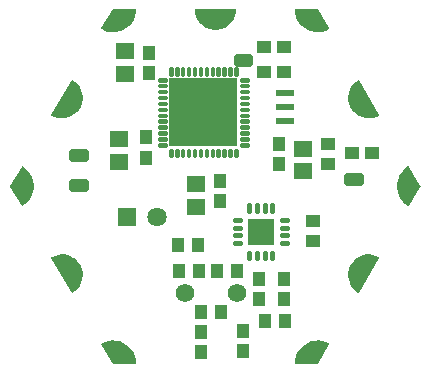
<source format=gbr>
G04 EAGLE Gerber RS-274X export*
G75*
%MOMM*%
%FSLAX34Y34*%
%LPD*%
%INSoldermask Bottom*%
%IPPOS*%
%AMOC8*
5,1,8,0,0,1.08239X$1,22.5*%
G01*
%ADD10R,1.201600X1.101600*%
%ADD11R,1.601600X1.401600*%
%ADD12C,0.225016*%
%ADD13R,5.801588X5.801588*%
%ADD14R,1.501597X0.501600*%
%ADD15R,1.101600X1.201600*%
%ADD16C,0.605878*%
%ADD17C,1.101600*%
%ADD18C,1.559600*%
%ADD19C,0.365794*%
%ADD20R,2.251600X2.251600*%
%ADD21R,1.631600X1.631600*%
%ADD22C,1.631600*%

G36*
X347640Y478768D02*
X347640Y478768D01*
X347688Y478768D01*
X350457Y479230D01*
X350490Y479242D01*
X350537Y479250D01*
X353193Y480162D01*
X353223Y480179D01*
X353268Y480195D01*
X355738Y481531D01*
X355764Y481553D01*
X355807Y481576D01*
X358022Y483301D01*
X358045Y483327D01*
X358083Y483357D01*
X359985Y485422D01*
X360003Y485452D01*
X360035Y485487D01*
X361571Y487838D01*
X361584Y487870D01*
X361610Y487910D01*
X362738Y490482D01*
X362745Y490515D01*
X362765Y490560D01*
X363454Y493281D01*
X363456Y493316D01*
X363468Y493363D01*
X363700Y496161D01*
X363696Y496190D01*
X363701Y496219D01*
X363685Y496288D01*
X363676Y496358D01*
X363662Y496384D01*
X363655Y496412D01*
X363613Y496469D01*
X363578Y496531D01*
X363554Y496549D01*
X363537Y496572D01*
X363476Y496608D01*
X363419Y496651D01*
X363391Y496659D01*
X363366Y496674D01*
X363268Y496690D01*
X363227Y496701D01*
X363216Y496699D01*
X363202Y496701D01*
X329202Y496701D01*
X329173Y496695D01*
X329144Y496698D01*
X329077Y496676D01*
X329007Y496662D01*
X328983Y496645D01*
X328955Y496636D01*
X328902Y496589D01*
X328843Y496549D01*
X328828Y496525D01*
X328806Y496505D01*
X328774Y496441D01*
X328736Y496382D01*
X328731Y496353D01*
X328719Y496327D01*
X328710Y496227D01*
X328703Y496185D01*
X328706Y496175D01*
X328704Y496161D01*
X328936Y493363D01*
X328946Y493329D01*
X328950Y493281D01*
X329639Y490560D01*
X329654Y490528D01*
X329666Y490482D01*
X330794Y487910D01*
X330814Y487882D01*
X330833Y487838D01*
X332369Y485487D01*
X332393Y485463D01*
X332419Y485422D01*
X334321Y483357D01*
X334349Y483336D01*
X334382Y483301D01*
X336597Y481576D01*
X336628Y481561D01*
X336666Y481531D01*
X339136Y480195D01*
X339169Y480185D01*
X339211Y480162D01*
X341867Y479250D01*
X341901Y479246D01*
X341947Y479230D01*
X344716Y478768D01*
X344751Y478769D01*
X344798Y478761D01*
X347606Y478761D01*
X347640Y478768D01*
G37*
G36*
X224809Y256012D02*
X224809Y256012D01*
X224880Y256009D01*
X224907Y256019D01*
X224936Y256021D01*
X225026Y256063D01*
X225066Y256078D01*
X225074Y256086D01*
X225087Y256092D01*
X227390Y257691D01*
X227414Y257717D01*
X227454Y257744D01*
X229463Y259701D01*
X229482Y259730D01*
X229517Y259763D01*
X231176Y262024D01*
X231191Y262055D01*
X231220Y262094D01*
X232484Y264597D01*
X232493Y264631D01*
X232515Y264674D01*
X233351Y267351D01*
X233354Y267385D01*
X233369Y267431D01*
X233752Y270210D01*
X233750Y270244D01*
X233756Y270292D01*
X233677Y273095D01*
X233669Y273129D01*
X233668Y273177D01*
X233129Y275929D01*
X233115Y275961D01*
X233106Y276009D01*
X232121Y278634D01*
X232106Y278659D01*
X232101Y278679D01*
X232093Y278690D01*
X232086Y278709D01*
X230682Y281137D01*
X230659Y281163D01*
X230635Y281205D01*
X228851Y283368D01*
X228824Y283390D01*
X228793Y283427D01*
X226677Y285268D01*
X226647Y285285D01*
X226611Y285317D01*
X224220Y286784D01*
X224188Y286795D01*
X224147Y286821D01*
X221548Y287874D01*
X221514Y287881D01*
X221469Y287899D01*
X218732Y288510D01*
X218697Y288511D01*
X218650Y288522D01*
X215850Y288674D01*
X215816Y288669D01*
X215768Y288672D01*
X212980Y288362D01*
X212947Y288351D01*
X212899Y288346D01*
X210201Y287581D01*
X210171Y287565D01*
X210124Y287552D01*
X207589Y286353D01*
X207565Y286336D01*
X207538Y286326D01*
X207486Y286277D01*
X207429Y286234D01*
X207415Y286209D01*
X207394Y286189D01*
X207365Y286124D01*
X207329Y286063D01*
X207326Y286034D01*
X207314Y286007D01*
X207313Y285936D01*
X207304Y285865D01*
X207312Y285837D01*
X207312Y285808D01*
X207346Y285715D01*
X207358Y285674D01*
X207365Y285665D01*
X207370Y285652D01*
X224370Y256252D01*
X224389Y256230D01*
X224402Y256204D01*
X224455Y256156D01*
X224502Y256103D01*
X224528Y256091D01*
X224550Y256071D01*
X224617Y256048D01*
X224681Y256018D01*
X224710Y256016D01*
X224738Y256007D01*
X224809Y256012D01*
G37*
G36*
X476588Y403735D02*
X476588Y403735D01*
X476636Y403732D01*
X479424Y404042D01*
X479457Y404053D01*
X479505Y404058D01*
X482203Y404823D01*
X482233Y404839D01*
X482280Y404852D01*
X484815Y406051D01*
X484839Y406068D01*
X484866Y406078D01*
X484918Y406127D01*
X484975Y406170D01*
X484989Y406195D01*
X485011Y406215D01*
X485039Y406280D01*
X485075Y406342D01*
X485078Y406370D01*
X485090Y406397D01*
X485091Y406468D01*
X485100Y406539D01*
X485092Y406567D01*
X485092Y406596D01*
X485058Y406689D01*
X485046Y406730D01*
X485039Y406739D01*
X485034Y406752D01*
X468034Y436152D01*
X468015Y436174D01*
X468002Y436200D01*
X467949Y436248D01*
X467902Y436301D01*
X467876Y436313D01*
X467854Y436333D01*
X467787Y436356D01*
X467723Y436386D01*
X467694Y436388D01*
X467666Y436397D01*
X467595Y436392D01*
X467524Y436395D01*
X467497Y436385D01*
X467468Y436383D01*
X467378Y436341D01*
X467338Y436326D01*
X467330Y436318D01*
X467317Y436312D01*
X465014Y434713D01*
X464990Y434688D01*
X464950Y434660D01*
X462941Y432703D01*
X462922Y432674D01*
X462887Y432641D01*
X461228Y430380D01*
X461213Y430349D01*
X461184Y430310D01*
X459920Y427807D01*
X459911Y427773D01*
X459889Y427730D01*
X459053Y425053D01*
X459050Y425019D01*
X459035Y424973D01*
X458652Y422194D01*
X458654Y422160D01*
X458648Y422112D01*
X458727Y419309D01*
X458735Y419275D01*
X458736Y419227D01*
X459275Y416475D01*
X459289Y416443D01*
X459298Y416395D01*
X460283Y413770D01*
X460301Y413740D01*
X460318Y413695D01*
X461722Y411267D01*
X461745Y411241D01*
X461769Y411200D01*
X463553Y409036D01*
X463580Y409014D01*
X463611Y408977D01*
X465727Y407136D01*
X465757Y407119D01*
X465793Y407088D01*
X468184Y405620D01*
X468216Y405609D01*
X468257Y405583D01*
X470856Y404530D01*
X470890Y404523D01*
X470935Y404505D01*
X473672Y403894D01*
X473707Y403893D01*
X473754Y403882D01*
X476554Y403730D01*
X476588Y403735D01*
G37*
G36*
X467628Y256013D02*
X467628Y256013D01*
X467699Y256012D01*
X467726Y256023D01*
X467755Y256027D01*
X467817Y256061D01*
X467882Y256089D01*
X467903Y256110D01*
X467928Y256124D01*
X467991Y256200D01*
X468021Y256231D01*
X468025Y256241D01*
X468034Y256252D01*
X485034Y285652D01*
X485043Y285680D01*
X485060Y285704D01*
X485075Y285773D01*
X485097Y285841D01*
X485095Y285870D01*
X485101Y285898D01*
X485088Y285968D01*
X485082Y286039D01*
X485069Y286065D01*
X485063Y286093D01*
X485023Y286152D01*
X484991Y286215D01*
X484968Y286234D01*
X484952Y286258D01*
X484870Y286315D01*
X484837Y286342D01*
X484827Y286345D01*
X484815Y286353D01*
X482280Y287552D01*
X482246Y287560D01*
X482203Y287581D01*
X479505Y288346D01*
X479470Y288348D01*
X479424Y288362D01*
X476636Y288672D01*
X476602Y288669D01*
X476554Y288674D01*
X473754Y288522D01*
X473720Y288513D01*
X473672Y288510D01*
X470935Y287899D01*
X470903Y287885D01*
X470856Y287874D01*
X468257Y286821D01*
X468228Y286802D01*
X468184Y286784D01*
X465793Y285317D01*
X465768Y285293D01*
X465727Y285268D01*
X463611Y283427D01*
X463590Y283400D01*
X463553Y283368D01*
X461769Y281205D01*
X461753Y281174D01*
X461722Y281137D01*
X460318Y278709D01*
X460307Y278676D01*
X460300Y278663D01*
X460290Y278649D01*
X460290Y278646D01*
X460283Y278634D01*
X459298Y276009D01*
X459292Y275974D01*
X459275Y275929D01*
X458736Y273177D01*
X458736Y273143D01*
X458727Y273095D01*
X458648Y270292D01*
X458654Y270258D01*
X458652Y270210D01*
X459035Y267431D01*
X459047Y267399D01*
X459053Y267351D01*
X459889Y264674D01*
X459906Y264643D01*
X459920Y264597D01*
X461184Y262094D01*
X461206Y262067D01*
X461228Y262024D01*
X462887Y259763D01*
X462913Y259740D01*
X462941Y259701D01*
X464950Y257744D01*
X464979Y257725D01*
X465014Y257691D01*
X467317Y256092D01*
X467344Y256080D01*
X467367Y256062D01*
X467435Y256041D01*
X467500Y256013D01*
X467529Y256013D01*
X467557Y256005D01*
X467628Y256013D01*
G37*
G36*
X218650Y403882D02*
X218650Y403882D01*
X218684Y403891D01*
X218732Y403894D01*
X221469Y404505D01*
X221501Y404519D01*
X221548Y404530D01*
X224147Y405583D01*
X224176Y405602D01*
X224220Y405620D01*
X226611Y407088D01*
X226636Y407111D01*
X226677Y407136D01*
X228793Y408977D01*
X228814Y409004D01*
X228851Y409036D01*
X230635Y411200D01*
X230651Y411230D01*
X230682Y411267D01*
X232086Y413695D01*
X232097Y413728D01*
X232121Y413770D01*
X233106Y416395D01*
X233112Y416430D01*
X233129Y416475D01*
X233668Y419227D01*
X233668Y419262D01*
X233677Y419309D01*
X233756Y422112D01*
X233751Y422146D01*
X233752Y422194D01*
X233369Y424973D01*
X233357Y425005D01*
X233351Y425053D01*
X232515Y427730D01*
X232498Y427761D01*
X232484Y427807D01*
X231220Y430310D01*
X231198Y430337D01*
X231176Y430380D01*
X229517Y432641D01*
X229491Y432664D01*
X229463Y432703D01*
X227454Y434660D01*
X227425Y434679D01*
X227390Y434713D01*
X225087Y436312D01*
X225060Y436324D01*
X225037Y436342D01*
X224969Y436363D01*
X224904Y436391D01*
X224875Y436391D01*
X224847Y436399D01*
X224776Y436391D01*
X224705Y436392D01*
X224678Y436381D01*
X224649Y436377D01*
X224587Y436343D01*
X224522Y436315D01*
X224501Y436294D01*
X224476Y436280D01*
X224413Y436204D01*
X224383Y436173D01*
X224379Y436163D01*
X224370Y436152D01*
X207370Y406752D01*
X207361Y406724D01*
X207344Y406700D01*
X207329Y406631D01*
X207307Y406563D01*
X207309Y406534D01*
X207303Y406506D01*
X207316Y406436D01*
X207322Y406365D01*
X207335Y406339D01*
X207341Y406311D01*
X207381Y406252D01*
X207413Y406189D01*
X207436Y406170D01*
X207452Y406146D01*
X207534Y406089D01*
X207567Y406062D01*
X207577Y406059D01*
X207589Y406051D01*
X210124Y404852D01*
X210158Y404844D01*
X210201Y404823D01*
X212899Y404058D01*
X212934Y404056D01*
X212980Y404042D01*
X215768Y403732D01*
X215802Y403735D01*
X215850Y403730D01*
X218650Y403882D01*
G37*
G36*
X509929Y329213D02*
X509929Y329213D01*
X510000Y329213D01*
X510027Y329224D01*
X510056Y329227D01*
X510118Y329262D01*
X510183Y329290D01*
X510204Y329310D01*
X510229Y329325D01*
X510292Y329402D01*
X510322Y329432D01*
X510326Y329442D01*
X510335Y329453D01*
X519835Y345953D01*
X519845Y345985D01*
X519854Y345998D01*
X519858Y346022D01*
X519859Y346026D01*
X519890Y346096D01*
X519890Y346120D01*
X519898Y346142D01*
X519892Y346218D01*
X519893Y346295D01*
X519883Y346319D01*
X519882Y346340D01*
X519861Y346379D01*
X519835Y346451D01*
X510335Y362951D01*
X510316Y362973D01*
X510303Y362999D01*
X510250Y363047D01*
X510203Y363100D01*
X510177Y363113D01*
X510156Y363132D01*
X510088Y363155D01*
X510024Y363186D01*
X509995Y363188D01*
X509968Y363197D01*
X509896Y363192D01*
X509825Y363195D01*
X509798Y363185D01*
X509769Y363183D01*
X509679Y363141D01*
X509639Y363126D01*
X509631Y363119D01*
X509618Y363113D01*
X507095Y361371D01*
X507071Y361347D01*
X507033Y361320D01*
X504821Y359196D01*
X504802Y359168D01*
X504768Y359136D01*
X502926Y356685D01*
X502912Y356654D01*
X502883Y356617D01*
X501458Y353902D01*
X501449Y353871D01*
X501433Y353846D01*
X501432Y353838D01*
X501427Y353828D01*
X500456Y350920D01*
X500452Y350886D01*
X500437Y350842D01*
X499945Y347815D01*
X499946Y347781D01*
X499938Y347735D01*
X499938Y344669D01*
X499939Y344665D01*
X499939Y344663D01*
X499945Y344636D01*
X499945Y344589D01*
X500437Y341562D01*
X500449Y341531D01*
X500456Y341484D01*
X501427Y338576D01*
X501444Y338547D01*
X501458Y338502D01*
X502883Y335787D01*
X502905Y335761D01*
X502926Y335719D01*
X504768Y333268D01*
X504793Y333245D01*
X504821Y333208D01*
X507033Y331084D01*
X507061Y331066D01*
X507095Y331033D01*
X509618Y329291D01*
X509645Y329280D01*
X509667Y329261D01*
X509736Y329241D01*
X509801Y329213D01*
X509830Y329213D01*
X509858Y329205D01*
X509929Y329213D01*
G37*
G36*
X182508Y329212D02*
X182508Y329212D01*
X182579Y329209D01*
X182606Y329219D01*
X182635Y329221D01*
X182725Y329263D01*
X182765Y329278D01*
X182773Y329285D01*
X182786Y329291D01*
X185309Y331033D01*
X185333Y331057D01*
X185371Y331084D01*
X187583Y333208D01*
X187602Y333236D01*
X187636Y333268D01*
X189478Y335719D01*
X189492Y335750D01*
X189521Y335787D01*
X190946Y338502D01*
X190955Y338535D01*
X190977Y338576D01*
X191948Y341484D01*
X191952Y341518D01*
X191967Y341562D01*
X192459Y344589D01*
X192458Y344623D01*
X192466Y344669D01*
X192466Y347735D01*
X192459Y347768D01*
X192459Y347815D01*
X191967Y350842D01*
X191955Y350873D01*
X191948Y350920D01*
X190977Y353828D01*
X190964Y353851D01*
X190958Y353876D01*
X190951Y353885D01*
X190946Y353902D01*
X189521Y356617D01*
X189499Y356643D01*
X189478Y356685D01*
X187636Y359136D01*
X187611Y359159D01*
X187583Y359196D01*
X185371Y361320D01*
X185343Y361338D01*
X185309Y361371D01*
X182786Y363113D01*
X182759Y363124D01*
X182737Y363143D01*
X182668Y363163D01*
X182603Y363191D01*
X182574Y363191D01*
X182546Y363199D01*
X182475Y363191D01*
X182404Y363192D01*
X182377Y363180D01*
X182348Y363177D01*
X182286Y363142D01*
X182221Y363114D01*
X182200Y363094D01*
X182175Y363079D01*
X182112Y363002D01*
X182082Y362972D01*
X182078Y362962D01*
X182069Y362951D01*
X172569Y346451D01*
X172545Y346378D01*
X172514Y346308D01*
X172514Y346284D01*
X172506Y346262D01*
X172513Y346186D01*
X172512Y346109D01*
X172521Y346085D01*
X172522Y346064D01*
X172543Y346025D01*
X172562Y345973D01*
X172563Y345967D01*
X172565Y345965D01*
X172569Y345953D01*
X182069Y329453D01*
X182088Y329431D01*
X182101Y329405D01*
X182154Y329357D01*
X182201Y329304D01*
X182227Y329291D01*
X182249Y329272D01*
X182316Y329249D01*
X182380Y329218D01*
X182409Y329217D01*
X182436Y329207D01*
X182508Y329212D01*
G37*
G36*
X432878Y195718D02*
X432878Y195718D01*
X432956Y195727D01*
X432975Y195738D01*
X432997Y195742D01*
X433061Y195786D01*
X433129Y195825D01*
X433145Y195844D01*
X433161Y195855D01*
X433185Y195893D01*
X433235Y195953D01*
X442735Y212453D01*
X442744Y212480D01*
X442760Y212504D01*
X442775Y212574D01*
X442798Y212642D01*
X442795Y212670D01*
X442801Y212698D01*
X442788Y212769D01*
X442782Y212840D01*
X442769Y212865D01*
X442763Y212893D01*
X442723Y212953D01*
X442690Y213016D01*
X442668Y213034D01*
X442652Y213058D01*
X442569Y213116D01*
X442537Y213143D01*
X442526Y213146D01*
X442516Y213153D01*
X439750Y214462D01*
X439717Y214470D01*
X439674Y214490D01*
X436734Y215338D01*
X436700Y215341D01*
X436656Y215354D01*
X433618Y215719D01*
X433584Y215716D01*
X433537Y215722D01*
X430480Y215595D01*
X430447Y215587D01*
X430400Y215586D01*
X427403Y214970D01*
X427372Y214957D01*
X427326Y214948D01*
X424466Y213859D01*
X424438Y213841D01*
X424394Y213825D01*
X421746Y212291D01*
X421720Y212269D01*
X421680Y212246D01*
X419312Y210308D01*
X419290Y210281D01*
X419254Y210252D01*
X417227Y207959D01*
X417211Y207930D01*
X417179Y207895D01*
X415547Y205307D01*
X415535Y205275D01*
X415510Y205236D01*
X414314Y202419D01*
X414307Y202386D01*
X414304Y202379D01*
X414300Y202373D01*
X414299Y202367D01*
X414288Y202343D01*
X413560Y199371D01*
X413558Y199337D01*
X413547Y199292D01*
X413304Y196242D01*
X413308Y196213D01*
X413303Y196185D01*
X413320Y196116D01*
X413328Y196044D01*
X413343Y196020D01*
X413349Y195992D01*
X413392Y195934D01*
X413428Y195872D01*
X413450Y195855D01*
X413467Y195832D01*
X413529Y195795D01*
X413586Y195752D01*
X413614Y195745D01*
X413638Y195730D01*
X413738Y195714D01*
X413779Y195703D01*
X413789Y195705D01*
X413802Y195703D01*
X432802Y195703D01*
X432878Y195718D01*
G37*
G36*
X433571Y476687D02*
X433571Y476687D01*
X433618Y476685D01*
X436656Y477050D01*
X436688Y477061D01*
X436734Y477066D01*
X439674Y477914D01*
X439704Y477930D01*
X439750Y477942D01*
X442516Y479251D01*
X442538Y479268D01*
X442565Y479278D01*
X442617Y479327D01*
X442675Y479370D01*
X442689Y479395D01*
X442710Y479414D01*
X442739Y479480D01*
X442775Y479542D01*
X442778Y479570D01*
X442790Y479596D01*
X442791Y479668D01*
X442800Y479739D01*
X442792Y479766D01*
X442793Y479795D01*
X442757Y479890D01*
X442746Y479930D01*
X442739Y479939D01*
X442735Y479951D01*
X433235Y496451D01*
X433183Y496510D01*
X433137Y496572D01*
X433118Y496583D01*
X433103Y496600D01*
X433033Y496634D01*
X432966Y496674D01*
X432942Y496678D01*
X432924Y496686D01*
X432879Y496688D01*
X432802Y496701D01*
X413802Y496701D01*
X413774Y496696D01*
X413746Y496698D01*
X413678Y496676D01*
X413607Y496662D01*
X413584Y496646D01*
X413557Y496637D01*
X413502Y496590D01*
X413443Y496549D01*
X413428Y496525D01*
X413407Y496507D01*
X413375Y496442D01*
X413336Y496382D01*
X413331Y496354D01*
X413319Y496328D01*
X413310Y496227D01*
X413303Y496185D01*
X413305Y496175D01*
X413304Y496162D01*
X413547Y493112D01*
X413556Y493080D01*
X413560Y493033D01*
X414288Y490061D01*
X414303Y490030D01*
X414314Y489985D01*
X415510Y487168D01*
X415529Y487140D01*
X415547Y487097D01*
X417179Y484509D01*
X417203Y484485D01*
X417227Y484445D01*
X419254Y482152D01*
X419281Y482132D01*
X419312Y482096D01*
X421680Y480158D01*
X421710Y480142D01*
X421746Y480113D01*
X424394Y478580D01*
X424426Y478569D01*
X424466Y478545D01*
X427326Y477457D01*
X427359Y477451D01*
X427403Y477434D01*
X430400Y476818D01*
X430434Y476818D01*
X430480Y476809D01*
X433537Y476682D01*
X433571Y476687D01*
G37*
G36*
X278630Y195708D02*
X278630Y195708D01*
X278658Y195706D01*
X278726Y195728D01*
X278797Y195742D01*
X278820Y195758D01*
X278847Y195767D01*
X278902Y195814D01*
X278961Y195855D01*
X278976Y195879D01*
X278998Y195897D01*
X279029Y195962D01*
X279068Y196022D01*
X279073Y196050D01*
X279085Y196076D01*
X279094Y196177D01*
X279101Y196219D01*
X279099Y196229D01*
X279100Y196242D01*
X278857Y199292D01*
X278848Y199324D01*
X278844Y199371D01*
X278116Y202343D01*
X278101Y202374D01*
X278090Y202419D01*
X276894Y205236D01*
X276875Y205264D01*
X276857Y205307D01*
X275225Y207895D01*
X275201Y207919D01*
X275177Y207959D01*
X273150Y210252D01*
X273123Y210272D01*
X273092Y210308D01*
X270725Y212246D01*
X270694Y212262D01*
X270658Y212291D01*
X268010Y213825D01*
X267978Y213835D01*
X267938Y213859D01*
X265078Y214948D01*
X265045Y214953D01*
X265001Y214970D01*
X262004Y215586D01*
X261970Y215586D01*
X261924Y215595D01*
X258867Y215722D01*
X258833Y215717D01*
X258786Y215719D01*
X255748Y215354D01*
X255716Y215343D01*
X255670Y215338D01*
X252730Y214490D01*
X252700Y214474D01*
X252655Y214462D01*
X249889Y213153D01*
X249866Y213136D01*
X249839Y213126D01*
X249787Y213077D01*
X249729Y213034D01*
X249715Y213009D01*
X249694Y212990D01*
X249665Y212924D01*
X249629Y212862D01*
X249626Y212834D01*
X249614Y212808D01*
X249613Y212736D01*
X249604Y212665D01*
X249612Y212638D01*
X249612Y212609D01*
X249647Y212514D01*
X249658Y212474D01*
X249665Y212465D01*
X249669Y212453D01*
X259169Y195953D01*
X259221Y195895D01*
X259267Y195832D01*
X259286Y195821D01*
X259301Y195804D01*
X259371Y195770D01*
X259438Y195730D01*
X259463Y195726D01*
X259480Y195718D01*
X259525Y195716D01*
X259602Y195703D01*
X278602Y195703D01*
X278630Y195708D01*
G37*
G36*
X261924Y476809D02*
X261924Y476809D01*
X261957Y476817D01*
X262004Y476818D01*
X265001Y477434D01*
X265032Y477447D01*
X265078Y477457D01*
X267938Y478545D01*
X267967Y478563D01*
X268010Y478580D01*
X270658Y480113D01*
X270684Y480135D01*
X270725Y480158D01*
X273092Y482096D01*
X273114Y482123D01*
X273150Y482152D01*
X275177Y484445D01*
X275194Y484474D01*
X275225Y484509D01*
X276857Y487097D01*
X276869Y487129D01*
X276894Y487168D01*
X278090Y489985D01*
X278097Y490018D01*
X278116Y490061D01*
X278844Y493033D01*
X278846Y493067D01*
X278857Y493112D01*
X279100Y496162D01*
X279096Y496191D01*
X279101Y496219D01*
X279084Y496288D01*
X279076Y496360D01*
X279062Y496384D01*
X279055Y496412D01*
X279012Y496470D01*
X278977Y496532D01*
X278954Y496549D01*
X278937Y496572D01*
X278875Y496609D01*
X278818Y496652D01*
X278790Y496659D01*
X278766Y496674D01*
X278666Y496690D01*
X278625Y496701D01*
X278615Y496699D01*
X278602Y496701D01*
X259602Y496701D01*
X259526Y496686D01*
X259448Y496677D01*
X259429Y496666D01*
X259407Y496662D01*
X259343Y496618D01*
X259275Y496579D01*
X259259Y496560D01*
X259243Y496549D01*
X259219Y496511D01*
X259169Y496451D01*
X249669Y479951D01*
X249660Y479924D01*
X249644Y479900D01*
X249629Y479830D01*
X249606Y479762D01*
X249609Y479734D01*
X249603Y479706D01*
X249617Y479636D01*
X249622Y479564D01*
X249635Y479539D01*
X249641Y479511D01*
X249681Y479451D01*
X249714Y479388D01*
X249736Y479370D01*
X249752Y479346D01*
X249835Y479288D01*
X249867Y479261D01*
X249878Y479258D01*
X249889Y479251D01*
X252655Y477942D01*
X252688Y477934D01*
X252730Y477914D01*
X255670Y477066D01*
X255704Y477063D01*
X255748Y477050D01*
X258786Y476685D01*
X258820Y476688D01*
X258867Y476682D01*
X261924Y476809D01*
G37*
D10*
X461596Y374106D03*
X478596Y374106D03*
D11*
X420760Y359144D03*
X420760Y378144D03*
D12*
X367646Y435756D02*
X367646Y437022D01*
X373412Y437022D01*
X373412Y435756D01*
X367646Y435756D01*
X367646Y432022D02*
X367646Y430756D01*
X367646Y432022D02*
X373412Y432022D01*
X373412Y430756D01*
X367646Y430756D01*
X367646Y427022D02*
X367646Y425756D01*
X367646Y427022D02*
X373412Y427022D01*
X373412Y425756D01*
X367646Y425756D01*
X367646Y422022D02*
X367646Y420756D01*
X367646Y422022D02*
X373412Y422022D01*
X373412Y420756D01*
X367646Y420756D01*
X367646Y417022D02*
X367646Y415756D01*
X367646Y417022D02*
X373412Y417022D01*
X373412Y415756D01*
X367646Y415756D01*
X367646Y412022D02*
X367646Y410756D01*
X367646Y412022D02*
X373412Y412022D01*
X373412Y410756D01*
X367646Y410756D01*
X367646Y407022D02*
X367646Y405756D01*
X367646Y407022D02*
X373412Y407022D01*
X373412Y405756D01*
X367646Y405756D01*
X367646Y402022D02*
X367646Y400756D01*
X367646Y402022D02*
X373412Y402022D01*
X373412Y400756D01*
X367646Y400756D01*
X367646Y397022D02*
X367646Y395756D01*
X367646Y397022D02*
X373412Y397022D01*
X373412Y395756D01*
X367646Y395756D01*
X367646Y392022D02*
X367646Y390756D01*
X367646Y392022D02*
X373412Y392022D01*
X373412Y390756D01*
X367646Y390756D01*
X367646Y387022D02*
X367646Y385756D01*
X367646Y387022D02*
X373412Y387022D01*
X373412Y385756D01*
X367646Y385756D01*
X367646Y382022D02*
X367646Y380756D01*
X367646Y382022D02*
X373412Y382022D01*
X373412Y380756D01*
X367646Y380756D01*
X364162Y377272D02*
X362896Y377272D01*
X364162Y377272D02*
X364162Y371506D01*
X362896Y371506D01*
X362896Y377272D01*
X362896Y373643D02*
X364162Y373643D01*
X364162Y375780D02*
X362896Y375780D01*
X359162Y377272D02*
X357896Y377272D01*
X359162Y377272D02*
X359162Y371506D01*
X357896Y371506D01*
X357896Y377272D01*
X357896Y373643D02*
X359162Y373643D01*
X359162Y375780D02*
X357896Y375780D01*
X354162Y377272D02*
X352896Y377272D01*
X354162Y377272D02*
X354162Y371506D01*
X352896Y371506D01*
X352896Y377272D01*
X352896Y373643D02*
X354162Y373643D01*
X354162Y375780D02*
X352896Y375780D01*
X349162Y377272D02*
X347896Y377272D01*
X349162Y377272D02*
X349162Y371506D01*
X347896Y371506D01*
X347896Y377272D01*
X347896Y373643D02*
X349162Y373643D01*
X349162Y375780D02*
X347896Y375780D01*
X344162Y377272D02*
X342896Y377272D01*
X344162Y377272D02*
X344162Y371506D01*
X342896Y371506D01*
X342896Y377272D01*
X342896Y373643D02*
X344162Y373643D01*
X344162Y375780D02*
X342896Y375780D01*
X339162Y377272D02*
X337896Y377272D01*
X339162Y377272D02*
X339162Y371506D01*
X337896Y371506D01*
X337896Y377272D01*
X337896Y373643D02*
X339162Y373643D01*
X339162Y375780D02*
X337896Y375780D01*
X334162Y377272D02*
X332896Y377272D01*
X334162Y377272D02*
X334162Y371506D01*
X332896Y371506D01*
X332896Y377272D01*
X332896Y373643D02*
X334162Y373643D01*
X334162Y375780D02*
X332896Y375780D01*
X329162Y377272D02*
X327896Y377272D01*
X329162Y377272D02*
X329162Y371506D01*
X327896Y371506D01*
X327896Y377272D01*
X327896Y373643D02*
X329162Y373643D01*
X329162Y375780D02*
X327896Y375780D01*
X324162Y377272D02*
X322896Y377272D01*
X324162Y377272D02*
X324162Y371506D01*
X322896Y371506D01*
X322896Y377272D01*
X322896Y373643D02*
X324162Y373643D01*
X324162Y375780D02*
X322896Y375780D01*
X319162Y377272D02*
X317896Y377272D01*
X319162Y377272D02*
X319162Y371506D01*
X317896Y371506D01*
X317896Y377272D01*
X317896Y373643D02*
X319162Y373643D01*
X319162Y375780D02*
X317896Y375780D01*
X314162Y377272D02*
X312896Y377272D01*
X314162Y377272D02*
X314162Y371506D01*
X312896Y371506D01*
X312896Y377272D01*
X312896Y373643D02*
X314162Y373643D01*
X314162Y375780D02*
X312896Y375780D01*
X309162Y377272D02*
X307896Y377272D01*
X309162Y377272D02*
X309162Y371506D01*
X307896Y371506D01*
X307896Y377272D01*
X307896Y373643D02*
X309162Y373643D01*
X309162Y375780D02*
X307896Y375780D01*
X304412Y380756D02*
X304412Y382022D01*
X304412Y380756D02*
X298646Y380756D01*
X298646Y382022D01*
X304412Y382022D01*
X304412Y385756D02*
X304412Y387022D01*
X304412Y385756D02*
X298646Y385756D01*
X298646Y387022D01*
X304412Y387022D01*
X304412Y390756D02*
X304412Y392022D01*
X304412Y390756D02*
X298646Y390756D01*
X298646Y392022D01*
X304412Y392022D01*
X304412Y395756D02*
X304412Y397022D01*
X304412Y395756D02*
X298646Y395756D01*
X298646Y397022D01*
X304412Y397022D01*
X304412Y400756D02*
X304412Y402022D01*
X304412Y400756D02*
X298646Y400756D01*
X298646Y402022D01*
X304412Y402022D01*
X304412Y405756D02*
X304412Y407022D01*
X304412Y405756D02*
X298646Y405756D01*
X298646Y407022D01*
X304412Y407022D01*
X304412Y410756D02*
X304412Y412022D01*
X304412Y410756D02*
X298646Y410756D01*
X298646Y412022D01*
X304412Y412022D01*
X304412Y415756D02*
X304412Y417022D01*
X304412Y415756D02*
X298646Y415756D01*
X298646Y417022D01*
X304412Y417022D01*
X304412Y420756D02*
X304412Y422022D01*
X304412Y420756D02*
X298646Y420756D01*
X298646Y422022D01*
X304412Y422022D01*
X304412Y425756D02*
X304412Y427022D01*
X304412Y425756D02*
X298646Y425756D01*
X298646Y427022D01*
X304412Y427022D01*
X304412Y430756D02*
X304412Y432022D01*
X304412Y430756D02*
X298646Y430756D01*
X298646Y432022D01*
X304412Y432022D01*
X304412Y435756D02*
X304412Y437022D01*
X304412Y435756D02*
X298646Y435756D01*
X298646Y437022D01*
X304412Y437022D01*
X307896Y440506D02*
X309162Y440506D01*
X307896Y440506D02*
X307896Y446272D01*
X309162Y446272D01*
X309162Y440506D01*
X309162Y442643D02*
X307896Y442643D01*
X307896Y444780D02*
X309162Y444780D01*
X312896Y440506D02*
X314162Y440506D01*
X312896Y440506D02*
X312896Y446272D01*
X314162Y446272D01*
X314162Y440506D01*
X314162Y442643D02*
X312896Y442643D01*
X312896Y444780D02*
X314162Y444780D01*
X317896Y440506D02*
X319162Y440506D01*
X317896Y440506D02*
X317896Y446272D01*
X319162Y446272D01*
X319162Y440506D01*
X319162Y442643D02*
X317896Y442643D01*
X317896Y444780D02*
X319162Y444780D01*
X322896Y440506D02*
X324162Y440506D01*
X322896Y440506D02*
X322896Y446272D01*
X324162Y446272D01*
X324162Y440506D01*
X324162Y442643D02*
X322896Y442643D01*
X322896Y444780D02*
X324162Y444780D01*
X327896Y440506D02*
X329162Y440506D01*
X327896Y440506D02*
X327896Y446272D01*
X329162Y446272D01*
X329162Y440506D01*
X329162Y442643D02*
X327896Y442643D01*
X327896Y444780D02*
X329162Y444780D01*
X332896Y440506D02*
X334162Y440506D01*
X332896Y440506D02*
X332896Y446272D01*
X334162Y446272D01*
X334162Y440506D01*
X334162Y442643D02*
X332896Y442643D01*
X332896Y444780D02*
X334162Y444780D01*
X337896Y440506D02*
X339162Y440506D01*
X337896Y440506D02*
X337896Y446272D01*
X339162Y446272D01*
X339162Y440506D01*
X339162Y442643D02*
X337896Y442643D01*
X337896Y444780D02*
X339162Y444780D01*
X342896Y440506D02*
X344162Y440506D01*
X342896Y440506D02*
X342896Y446272D01*
X344162Y446272D01*
X344162Y440506D01*
X344162Y442643D02*
X342896Y442643D01*
X342896Y444780D02*
X344162Y444780D01*
X347896Y440506D02*
X349162Y440506D01*
X347896Y440506D02*
X347896Y446272D01*
X349162Y446272D01*
X349162Y440506D01*
X349162Y442643D02*
X347896Y442643D01*
X347896Y444780D02*
X349162Y444780D01*
X352896Y440506D02*
X354162Y440506D01*
X352896Y440506D02*
X352896Y446272D01*
X354162Y446272D01*
X354162Y440506D01*
X354162Y442643D02*
X352896Y442643D01*
X352896Y444780D02*
X354162Y444780D01*
X357896Y440506D02*
X359162Y440506D01*
X357896Y440506D02*
X357896Y446272D01*
X359162Y446272D01*
X359162Y440506D01*
X359162Y442643D02*
X357896Y442643D01*
X357896Y444780D02*
X359162Y444780D01*
X362896Y440506D02*
X364162Y440506D01*
X362896Y440506D02*
X362896Y446272D01*
X364162Y446272D01*
X364162Y440506D01*
X364162Y442643D02*
X362896Y442643D01*
X362896Y444780D02*
X364162Y444780D01*
D13*
X336029Y408889D03*
D14*
X404970Y425494D03*
X404970Y413494D03*
X404970Y401494D03*
D11*
X269301Y441741D03*
X269301Y460741D03*
X264729Y367045D03*
X264729Y386045D03*
D15*
X400154Y365177D03*
X400154Y382177D03*
X290063Y441987D03*
X290063Y458987D03*
D10*
X387351Y463832D03*
X404351Y463832D03*
D15*
X287117Y370610D03*
X287117Y387610D03*
D10*
X387359Y443344D03*
X404359Y443344D03*
X441488Y365149D03*
X441488Y382149D03*
D16*
X235857Y344980D02*
X224899Y344980D01*
X224899Y349938D01*
X235857Y349938D01*
X235857Y344980D01*
X235857Y375376D02*
X224899Y375376D01*
X235857Y375376D02*
X235857Y370418D01*
X224899Y370418D01*
X224899Y375376D01*
X364091Y455996D02*
X375049Y455996D01*
X375049Y451038D01*
X364091Y451038D01*
X364091Y455996D01*
X457848Y355234D02*
X468806Y355234D01*
X468806Y350276D01*
X457848Y350276D01*
X457848Y355234D01*
D17*
X428802Y489302D03*
X511402Y346202D03*
X428802Y203102D03*
X263602Y203102D03*
X181002Y346202D03*
X263602Y489302D03*
X470102Y417702D03*
X470102Y274702D03*
X222302Y274702D03*
X222302Y417702D03*
X346202Y489302D03*
D18*
X320646Y255850D03*
X364646Y255850D03*
D19*
X374885Y324788D02*
X374885Y330146D01*
X375743Y330146D01*
X375743Y324788D01*
X374885Y324788D01*
X374885Y328263D02*
X375743Y328263D01*
X381385Y330146D02*
X381385Y324788D01*
X381385Y330146D02*
X382243Y330146D01*
X382243Y324788D01*
X381385Y324788D01*
X381385Y328263D02*
X382243Y328263D01*
X387885Y330146D02*
X387885Y324788D01*
X387885Y330146D02*
X388743Y330146D01*
X388743Y324788D01*
X387885Y324788D01*
X387885Y328263D02*
X388743Y328263D01*
X394385Y330146D02*
X394385Y324788D01*
X394385Y330146D02*
X395243Y330146D01*
X395243Y324788D01*
X394385Y324788D01*
X394385Y328263D02*
X395243Y328263D01*
X402385Y317646D02*
X407743Y317646D01*
X407743Y316788D01*
X402385Y316788D01*
X402385Y317646D01*
X402385Y311146D02*
X407743Y311146D01*
X407743Y310288D01*
X402385Y310288D01*
X402385Y311146D01*
X402385Y304646D02*
X407743Y304646D01*
X407743Y303788D01*
X402385Y303788D01*
X402385Y304646D01*
X402385Y298146D02*
X407743Y298146D01*
X407743Y297288D01*
X402385Y297288D01*
X402385Y298146D01*
X395243Y290146D02*
X395243Y284788D01*
X394385Y284788D01*
X394385Y290146D01*
X395243Y290146D01*
X395243Y288263D02*
X394385Y288263D01*
X388743Y290146D02*
X388743Y284788D01*
X387885Y284788D01*
X387885Y290146D01*
X388743Y290146D01*
X388743Y288263D02*
X387885Y288263D01*
X382243Y290146D02*
X382243Y284788D01*
X381385Y284788D01*
X381385Y290146D01*
X382243Y290146D01*
X382243Y288263D02*
X381385Y288263D01*
X375743Y290146D02*
X375743Y284788D01*
X374885Y284788D01*
X374885Y290146D01*
X375743Y290146D01*
X375743Y288263D02*
X374885Y288263D01*
X367743Y297288D02*
X362385Y297288D01*
X362385Y298146D01*
X367743Y298146D01*
X367743Y297288D01*
X367743Y303788D02*
X362385Y303788D01*
X362385Y304646D01*
X367743Y304646D01*
X367743Y303788D01*
X367743Y310288D02*
X362385Y310288D01*
X362385Y311146D01*
X367743Y311146D01*
X367743Y310288D01*
X367743Y316788D02*
X362385Y316788D01*
X362385Y317646D01*
X367743Y317646D01*
X367743Y316788D01*
D20*
X385064Y307467D03*
D15*
X331842Y296164D03*
X314842Y296164D03*
X314969Y274701D03*
X331969Y274701D03*
X369824Y223765D03*
X369824Y206765D03*
X334264Y223003D03*
X334264Y206003D03*
X334146Y239903D03*
X351146Y239903D03*
X388375Y232029D03*
X405375Y232029D03*
X404114Y267961D03*
X404114Y250961D03*
D10*
X428752Y316856D03*
X428752Y299856D03*
D15*
X364227Y274701D03*
X347227Y274701D03*
X383413Y267961D03*
X383413Y250961D03*
X350393Y333765D03*
X350393Y350765D03*
D11*
X329946Y328828D03*
X329946Y347828D03*
D21*
X271272Y320675D03*
D22*
X296672Y320675D03*
M02*

</source>
